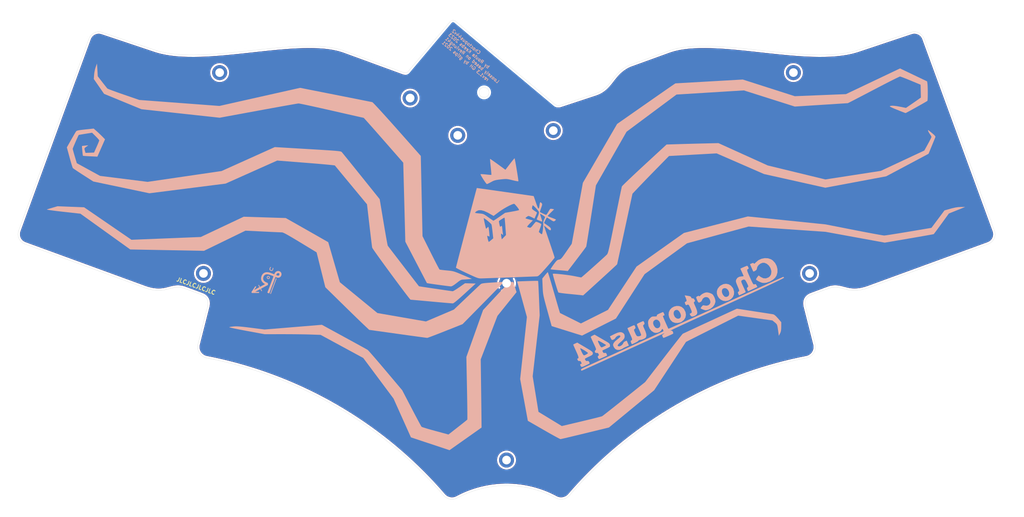
<source format=kicad_pcb>
(kicad_pcb (version 20211014) (generator pcbnew)
  (title_block (title "Choctopus44 bottom plate") (date "2023-05-15") (rev "2.0"))
  (layers (0 "F.Cu" signal) (31 "B.Cu" signal) (34 "B.Paste" user) (35 "F.Paste" user) (36 "B.SilkS" user "B.Silkscreen") (37 "F.SilkS" user "F.Silkscreen") (38 "B.Mask" user) (39 "F.Mask" user) (44 "Edge.Cuts" user))
  (net 0 "")
  (net 1 "GND")
  (footprint "MountingHole:MountingHole_2.2mm_M2_ISO14580_Pad" (layer "F.Cu") (at 148.331772 98.68)
    (fp_text reference "H6" hide)
    (fp_text value "H6")
    (pad "1" thru_hole circle locked (at 0 0) (size 3.8 3.8) (drill 2.2) (layers *.Cu *.Mask) (net 1 "GND"))
  )
  (footprint "MountingHole:MountingHole_2.2mm_M2_ISO14580_Pad" (layer "F.Cu") (at 123.921772 51.75)
    (fp_text reference "H6" hide)
    (fp_text value "H6")
    (pad "1" thru_hole circle locked (at 0 0) (size 3.8 3.8) (drill 2.2) (layers *.Cu *.Mask))
  )
  (footprint "MountingHole:MountingHole_2.2mm_M2_ISO14580_Pad" (layer "F.Cu") (at 160.171772 60)
    (fp_text reference "H6" hide)
    (fp_text value "H6")
    (pad "1" thru_hole circle locked (at 0 0) (size 3.8 3.8) (drill 2.2) (layers *.Cu *.Mask))
  )
  (footprint "MountingHole:MountingHole_2.2mm_M2_ISO14580_Pad" (layer "F.Cu") (at 220.971772 45.3 10)
    (fp_text reference "H11" hide)
    (fp_text value "H11")
    (pad "1" thru_hole circle locked (at 0 0 10) (size 3.8 3.8) (drill 2.2) (layers *.Cu *.Mask))
  )
  (footprint "MountingHole:MountingHole_2.2mm_M2_ISO14580_Pad" (layer "F.Cu") (at 225.071772 96.2 5)
    (fp_text reference "H8" hide)
    (fp_text value "H8")
    (pad "1" thru_hole circle locked (at 0 0 5) (size 3.8 3.8) (drill 2.2) (layers *.Cu *.Mask))
  )
  (footprint "MountingHole:MountingHole_2.2mm_M2_ISO14580_Pad" (layer "F.Cu") (at 135.971772 61.2)
    (fp_text reference "H6" hide)
    (fp_text value "H6")
    (pad "1" thru_hole circle locked (at 0 0) (size 3.8 3.8) (drill 2.2) (layers *.Cu *.Mask))
  )
  (footprint "MountingHole:MountingHole_2.2mm_M2_ISO14580_Pad" (layer "F.Cu") (at 75.691772 45.3 -5)
    (fp_text reference "H1" hide)
    (fp_text value "H1")
    (pad "1" thru_hole circle locked (at 0 0 355) (size 3.8 3.8) (drill 2.2) (layers *.Cu *.Mask))
  )
  (footprint "MountingHole:MountingHole_2.2mm_M2_ISO14580_Pad" (layer "F.Cu") (at 148.331772 143.5)
    (fp_text reference "H6" hide)
    (fp_text value "H6")
    (pad "1" thru_hole circle locked (at 0 0) (size 3.8 3.8) (drill 2.2) (layers *.Cu *.Mask))
  )
  (footprint "MountingHole:MountingHole_2.2mm_M2_ISO14580_Pad" (layer "B.Cu") (at 71.591772 96.2 175)
    (fp_text reference "H8" hide)
    (fp_text value "H8")
    (pad "1" thru_hole circle locked (at 0 0 175) (size 3.8 3.8) (drill 2.2) (layers *.Cu *.Mask))
  )
  (footprint "keyboard stuff:lonkerot-6-155mm" (layer "B.Cu") (at 148.682 85.659 180)
    (fp_text reference "G***" hide)
    (fp_text value "LOGO" hide)
  )
  (footprint "keyboard stuff:routa-logo-new-4-11mm" (layer "B.Cu") (at 88 98.3 160)
    (fp_text reference "G***" hide)
    (fp_text value "LOGO" hide)
  )
  (gr_curve (pts (xy 106.991772 39.7) (xy 95.571772 35.8) (xy 72.171772 43.6) (xy 59.671772 39.7)) (layer "Edge.Cuts") (width 0.05))
  (gr_line (start 56.671209 99.82459) (end 26.351638 88.73841) (layer "Edge.Cuts") (width 0.05))
  (gr_line (start 236.991772 39.7) (end 250.698064 35.113229) (layer "Edge.Cuts") (width 0.05))
  (gr_curve (pts (xy 66.791772 100) (xy 63.291772 98.8) (xy 62.191772 101.8) (xy 56.671209 99.82459)) (layer "Edge.Cuts") (width 0.05))
  (gr_arc (start 164.271771 152.499999) (mid 191.371428 129.969323) (end 224.371772 117.6) (layer "Edge.Cuts") (width 0.05))
  (gr_line (start 134.034396 32.387377) (end 123.352147 45.068955) (layer "Edge.Cuts") (width 0.05))
  (gr_arc (start 26.351638 88.73841) (mid 24.871016 87.379975) (end 24.784546 85.372462) (layer "Edge.Cuts") (width 0.05))
  (gr_arc (start 250.698064 35.113229) (mid 252.705577 35.1997) (end 254.064012 36.680321) (layer "Edge.Cuts") (width 0.05))
  (gr_curve (pts (xy 189.671772 39.7) (xy 201.091772 35.8) (xy 224.491772 43.6) (xy 236.991772 39.7)) (layer "Edge.Cuts") (width 0.05))
  (gr_curve (pts (xy 225.571772 101.6) (xy 224.471772 102) (xy 223.671772 102.9) (xy 224.026461 104.518757)) (layer "Edge.Cuts") (width 0.05))
  (gr_curve (pts (xy 229.871772 100) (xy 233.371772 98.8) (xy 234.471772 101.8) (xy 239.992335 99.82459)) (layer "Edge.Cuts") (width 0.05))
  (gr_line (start 45.96548 35.113229) (end 59.671772 39.7) (layer "Edge.Cuts") (width 0.05))
  (gr_line (start 24.784546 85.372462) (end 42.599532 36.680321) (layer "Edge.Cuts") (width 0.05))
  (gr_arc (start 134.034396 32.387377) (mid 134.699632 32.031354) (end 135.421772 32.25) (layer "Edge.Cuts") (width 0.05))
  (gr_line (start 254.064012 36.680321) (end 271.878998 85.372462) (layer "Edge.Cuts") (width 0.05))
  (gr_line (start 66.791772 100) (end 71.091772 101.6) (layer "Edge.Cuts") (width 0.05))
  (gr_line (start 224.026461 104.518757) (end 226.466987 114.099538) (layer "Edge.Cuts") (width 0.05))
  (gr_line (start 270.311906 88.73841) (end 239.992335 99.82459) (layer "Edge.Cuts") (width 0.05))
  (gr_curve (pts (xy 160.611133 53.354847) (xy 161.211133 53.854847) (xy 162.011133 53.554847) (xy 162.011133 53.554847)) (layer "Edge.Cuts") (width 0.05))
  (gr_arc (start 42.599532 36.680321) (mid 43.957967 35.199699) (end 45.96548 35.113229) (layer "Edge.Cuts") (width 0.05))
  (gr_arc (start 72.291772 117.6) (mid 105.292115 129.969323) (end 132.391773 152.499999) (layer "Edge.Cuts") (width 0.05))
  (gr_arc (start 226.466987 114.099538) (mid 226.162439 116.29453) (end 224.371772 117.6) (layer "Edge.Cuts") (width 0.05))
  (gr_line (start 122.313441 45.30495) (end 106.991772 39.7) (layer "Edge.Cuts") (width 0.05))
  (gr_circle (center 142.643353 50.315029) (end 143.9 50.4) (layer "Edge.Cuts") (width 0.05) (fill none))
  (gr_arc (start 135.691772 153.2) (mid 133.928893 153.382143) (end 132.391773 152.499999) (layer "Edge.Cuts") (width 0.05))
  (gr_line (start 160.611133 53.354847) (end 135.421772 32.25) (layer "Edge.Cuts") (width 0.05))
  (gr_line (start 170.671772 50.7) (end 162.011133 53.554847) (layer "Edge.Cuts") (width 0.05))
  (gr_arc (start 72.291772 117.6) (mid 70.501105 116.29453) (end 70.196557 114.099538) (layer "Edge.Cuts") (width 0.05))
  (gr_curve (pts (xy 179.471772 43.4) (xy 174.871772 45.5) (xy 175.071772 49.3) (xy 170.671772 50.7)) (layer "Edge.Cuts") (width 0.05))
  (gr_arc (start 271.878998 85.372462) (mid 271.792527 87.379975) (end 270.311906 88.73841) (layer "Edge.Cuts") (width 0.05))
  (gr_line (start 70.196557 114.099538) (end 72.637083 104.518757) (layer "Edge.Cuts") (width 0.05))
  (gr_curve (pts (xy 71.091772 101.6) (xy 72.191772 102) (xy 72.991772 102.9) (xy 72.637083 104.518757)) (layer "Edge.Cuts") (width 0.05))
  (gr_line (start 225.571772 101.6) (end 229.871772 100) (layer "Edge.Cuts") (width 0.05))
  (gr_line (start 189.671772 39.7) (end 179.471772 43.4) (layer "Edge.Cuts") (width 0.05))
  (gr_curve (pts (xy 122.313441 45.30495) (xy 122.786585 45.451667) (xy 123.118268 45.319844) (xy 123.352147 45.068955)) (layer "Edge.Cuts") (width 0.05))
  (gr_arc (start 164.271771 152.499999) (mid 162.734651 153.382143) (end 160.971772 153.2) (layer "Edge.Cuts") (width 0.05))
  (gr_arc (start 135.691772 153.2) (mid 148.331772 149.971902) (end 160.971772 153.2) (layer "Edge.Cuts") (width 0.05))
  (gr_text "Choctopus44v2\nby Routa Keebs 2023\nLoosely based on Reviung41\nrev1.3 GH by gtips 2021" (at 133.3 36 320) (layer "B.SilkS") (effects (font (size 0.8 0.8)) (justify right mirror)))
  (gr_text "JLCJLCJLCJLC" (at 69.7 99.4 -20) (layer "F.SilkS") (effects (font (size 1 1) (thickness 0.2))))
  (zone (net 0) (net_name "") (layer "F.Cu") (connect_pads (clearance 0)) (min_thickness 0.254)
    (keepout (tracks not_allowed) (vias not_allowed) (pads not_allowed) (copperpour not_allowed) (footprints allowed))
    (fill (thermal_gap 0.508) (thermal_bridge_width 0.508))
    (polygon (pts (xy 161.1 54) (xy 157.216598 59.13776) (xy 157.916598 62.53776) (xy 152 70.2) (xy 122.2 46.8) (xy 134.8 32)))
  )
  (zone (net 1) (net_name "GND") (layer "F.Cu") (connect_pads (clearance 0.508)) (min_thickness 0.254) (fill yes (thermal_gap 0.508) (thermal_bridge_width 0.508))
    (polygon (pts (xy 41.471772 30.9) (xy 62.571772 35.6) (xy 101.571772 35.6) (xy 120.171772 42.1) (xy 134.471772 26.9) (xy 158.971772 45.7) (xy 195.771772 34.8) (xy 237.771772 35.8) (xy 256.671772 30.5) (xy 279.371772 89.4) (xy 229.871772 106.2) (xy 232.471772 119.9) (xy 204.671772 128.4) (xy 182.771772 141.1) (xy 165.171772 158) (xy 131.371772 157.1) (xy 117.271772 142.2) (xy 97.671772 129.3) (xy 66.171772 118.8) (xy 68.871772 106.1) (xy 20.071772 88.1)))
  )
  (zone (net 1) (net_name "GND") (layer "B.Cu") (connect_pads (clearance 0.508)) (min_thickness 0.254) (fill yes (thermal_gap 0.508) (thermal_bridge_width 0.508))
    (polygon (pts (xy 41.471772 30.9) (xy 62.571772 35.6) (xy 101.571772 35.6) (xy 120.171772 42.1) (xy 134.471772 26.9) (xy 158.971772 45.7) (xy 195.771772 34.8) (xy 237.771772 35.8) (xy 256.671772 30.5) (xy 279.371772 89.4) (xy 229.871772 106.2) (xy 232.471772 119.9) (xy 204.671772 128.4) (xy 182.771772 141.1) (xy 165.171772 158) (xy 131.371772 157.1) (xy 117.271772 142.2) (xy 97.671772 129.3) (xy 66.171772 118.8) (xy 68.871772 106.1) (xy 20.071772 88.1)))
  )
)
</source>
